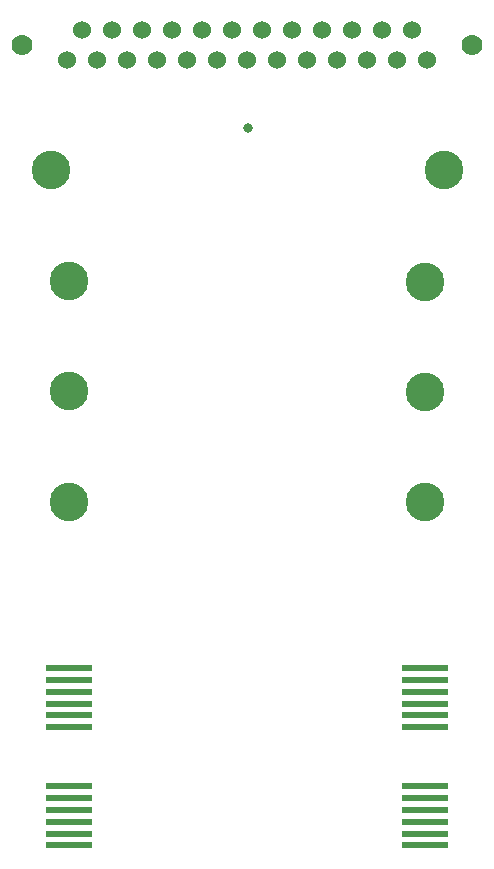
<source format=gbr>
%TF.GenerationSoftware,KiCad,Pcbnew,(6.0.11-0)*%
%TF.CreationDate,2024-08-02T08:50:10-07:00*%
%TF.ProjectId,TcBox_6x4,5463426f-785f-4367-9834-2e6b69636164,v1.0*%
%TF.SameCoordinates,Original*%
%TF.FileFunction,Soldermask,Top*%
%TF.FilePolarity,Negative*%
%FSLAX46Y46*%
G04 Gerber Fmt 4.6, Leading zero omitted, Abs format (unit mm)*
G04 Created by KiCad (PCBNEW (6.0.11-0)) date 2024-08-02 08:50:10*
%MOMM*%
%LPD*%
G01*
G04 APERTURE LIST*
%ADD10R,4.000000X0.500000*%
%ADD11C,3.263900*%
%ADD12C,0.800000*%
%ADD13C,1.778000*%
%ADD14C,1.524000*%
G04 APERTURE END LIST*
D10*
%TO.C,J3*%
X135544180Y-116000000D03*
X135544180Y-117000000D03*
X135544180Y-118000000D03*
X135544180Y-119000000D03*
X135544180Y-120000000D03*
X135544180Y-121000000D03*
%TD*%
D11*
%TO.C,H3*%
X135543540Y-82520760D03*
%TD*%
D10*
%TO.C,J5*%
X165704180Y-111000000D03*
X165704180Y-110000000D03*
X165704180Y-109000000D03*
X165704180Y-108000000D03*
X165704180Y-107000000D03*
X165704180Y-106000000D03*
%TD*%
D11*
%TO.C,H6*%
X165695860Y-73268520D03*
%TD*%
D10*
%TO.C,J2*%
X135544180Y-106000000D03*
X135544180Y-107000000D03*
X135544180Y-108000000D03*
X135544180Y-109000000D03*
X135544180Y-110000000D03*
X135544180Y-111000000D03*
%TD*%
D11*
%TO.C,H5*%
X167304180Y-63856180D03*
%TD*%
D10*
%TO.C,J4*%
X165704180Y-121000000D03*
X165704180Y-120000000D03*
X165704180Y-119000000D03*
X165704180Y-118000000D03*
X165704180Y-117000000D03*
X165704180Y-116000000D03*
%TD*%
D11*
%TO.C,H7*%
X165695860Y-82643900D03*
%TD*%
%TO.C,H2*%
X135525760Y-73238280D03*
%TD*%
D12*
%TO.C,R1*%
X150750000Y-60250000D03*
%TD*%
D11*
%TO.C,H4*%
X135544180Y-91936180D03*
%TD*%
%TO.C,H8*%
X165704180Y-91936180D03*
%TD*%
%TO.C,H1*%
X134004180Y-63856180D03*
%TD*%
D13*
%TO.C,J1*%
X131604180Y-53206180D03*
X169704180Y-53206180D03*
D14*
X135414180Y-54476180D03*
X137954180Y-54476180D03*
X140494180Y-54476180D03*
X143034180Y-54476180D03*
X145574180Y-54476180D03*
X148114180Y-54476180D03*
X150654180Y-54476180D03*
X153194180Y-54476180D03*
X155734180Y-54476180D03*
X158274180Y-54476180D03*
X160814180Y-54476180D03*
X163354180Y-54476180D03*
X165894180Y-54476180D03*
X136684180Y-51936180D03*
X139224180Y-51936180D03*
X141764180Y-51936180D03*
X144304180Y-51936180D03*
X146844180Y-51936180D03*
X149384180Y-51936180D03*
X151924180Y-51936180D03*
X154464180Y-51936180D03*
X157004180Y-51936180D03*
X159544180Y-51936180D03*
X162084180Y-51936180D03*
X164624180Y-51936180D03*
%TD*%
M02*

</source>
